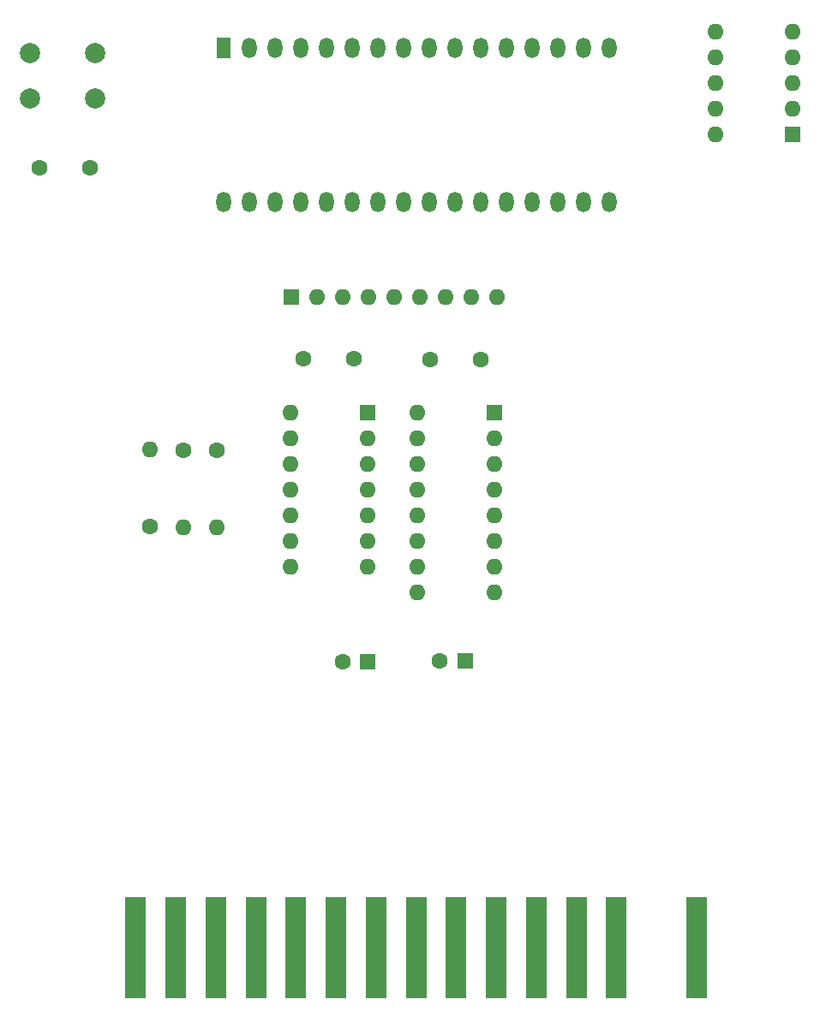
<source format=gbr>
G04 #@! TF.GenerationSoftware,KiCad,Pcbnew,(6.0.9)*
G04 #@! TF.CreationDate,2023-08-06T15:24:48+02:00*
G04 #@! TF.ProjectId,p2000t-multicartridge-zif,70323030-3074-42d6-9d75-6c7469636172,rev?*
G04 #@! TF.SameCoordinates,Original*
G04 #@! TF.FileFunction,Soldermask,Bot*
G04 #@! TF.FilePolarity,Negative*
%FSLAX46Y46*%
G04 Gerber Fmt 4.6, Leading zero omitted, Abs format (unit mm)*
G04 Created by KiCad (PCBNEW (6.0.9)) date 2023-08-06 15:24:48*
%MOMM*%
%LPD*%
G01*
G04 APERTURE LIST*
%ADD10C,2.000000*%
%ADD11R,1.600000X1.600000*%
%ADD12O,1.600000X1.600000*%
%ADD13C,1.600000*%
%ADD14R,2.000000X10.000000*%
%ADD15R,1.440000X2.000000*%
%ADD16O,1.440000X2.000000*%
G04 APERTURE END LIST*
D10*
X44997000Y-50695000D03*
X51497000Y-50695000D03*
X51497000Y-55195000D03*
X44997000Y-55195000D03*
D11*
X120347000Y-58745000D03*
D12*
X120347000Y-56205000D03*
X120347000Y-53665000D03*
X120347000Y-51125000D03*
X120347000Y-48585000D03*
X112727000Y-48585000D03*
X112727000Y-51125000D03*
X112727000Y-53665000D03*
X112727000Y-56205000D03*
X112727000Y-58745000D03*
D11*
X78421000Y-86237000D03*
D12*
X78421000Y-88777000D03*
X78421000Y-91317000D03*
X78421000Y-93857000D03*
X78421000Y-96397000D03*
X78421000Y-98937000D03*
X78421000Y-101477000D03*
X70801000Y-101477000D03*
X70801000Y-98937000D03*
X70801000Y-96397000D03*
X70801000Y-93857000D03*
X70801000Y-91317000D03*
X70801000Y-88777000D03*
X70801000Y-86237000D03*
D13*
X72071000Y-80903000D03*
X77071000Y-80903000D03*
X50947000Y-62045000D03*
X45947000Y-62045000D03*
D11*
X90947000Y-86245000D03*
D12*
X90947000Y-88785000D03*
X90947000Y-91325000D03*
X90947000Y-93865000D03*
X90947000Y-96405000D03*
X90947000Y-98945000D03*
X90947000Y-101485000D03*
X90947000Y-104025000D03*
X83327000Y-104025000D03*
X83327000Y-101485000D03*
X83327000Y-98945000D03*
X83327000Y-96405000D03*
X83327000Y-93865000D03*
X83327000Y-91325000D03*
X83327000Y-88785000D03*
X83327000Y-86245000D03*
D11*
X78397000Y-110845000D03*
D13*
X75897000Y-110845000D03*
X89597000Y-80945000D03*
X84597000Y-80945000D03*
X63447000Y-89935000D03*
D12*
X63447000Y-97555000D03*
D13*
X60197000Y-89935000D03*
D12*
X60197000Y-97555000D03*
D13*
X56897000Y-97525000D03*
D12*
X56897000Y-89905000D03*
D14*
X55465000Y-139192000D03*
X59425000Y-139192000D03*
X63385000Y-139192000D03*
X67345000Y-139192000D03*
X71305000Y-139192000D03*
X75265000Y-139192000D03*
X79225000Y-139192000D03*
X83185000Y-139192000D03*
X87145000Y-139192000D03*
X91105000Y-139192000D03*
X95065000Y-139192000D03*
X99025000Y-139192000D03*
X102985000Y-139192000D03*
X110905000Y-139192000D03*
D11*
X88043000Y-110803000D03*
D13*
X85543000Y-110803000D03*
D11*
X70872000Y-74845000D03*
D12*
X73412000Y-74845000D03*
X75952000Y-74845000D03*
X78492000Y-74845000D03*
X81032000Y-74845000D03*
X83572000Y-74845000D03*
X86112000Y-74845000D03*
X88652000Y-74845000D03*
X91192000Y-74845000D03*
D15*
X64207000Y-50152500D03*
D16*
X66747000Y-50152500D03*
X69287000Y-50152500D03*
X71827000Y-50152500D03*
X74367000Y-50152500D03*
X76907000Y-50152500D03*
X79447000Y-50152500D03*
X81987000Y-50152500D03*
X84527000Y-50152500D03*
X87067000Y-50152500D03*
X89607000Y-50152500D03*
X92147000Y-50152500D03*
X94687000Y-50152500D03*
X97227000Y-50152500D03*
X99767000Y-50152500D03*
X102307000Y-50152500D03*
X102307000Y-65392500D03*
X99767000Y-65392500D03*
X97227000Y-65392500D03*
X94687000Y-65392500D03*
X92147000Y-65392500D03*
X89607000Y-65392500D03*
X87067000Y-65392500D03*
X84527000Y-65392500D03*
X81987000Y-65392500D03*
X79447000Y-65392500D03*
X76907000Y-65392500D03*
X74367000Y-65392500D03*
X71827000Y-65392500D03*
X69287000Y-65392500D03*
X66747000Y-65392500D03*
X64207000Y-65392500D03*
M02*

</source>
